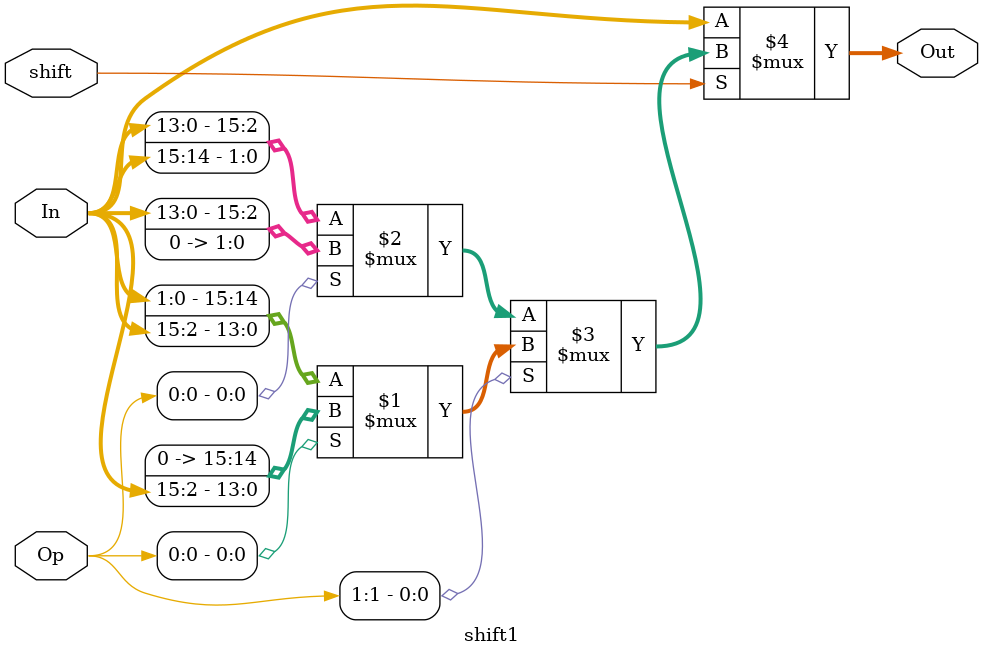
<source format=v>
/*
* first shifting mux, shift only one bit, input connections:
* in, 16 bits number for shiting
* sel, 2 bit selection connected to the opcode for
* 	op[00] Rotate left
* 	op[01] Shift left
* 	op[10] rotate right
* 	op[11] Shift right logical
* shift, determine whether to shift or not
* out, output
*/
module shift1(In, Op, shift, Out);

input [1:0] Op;
input shift;
input [15:0] In;
output[15:0]Out;


assign Out = shift ? Op[1] ? Op[0] ? {2'b0, In[15:2]}: // op[11]
             {In[1:0], In[15:2]} : // op[10]
             Op[0] ? {In[13:0], 2'b0}: // op[01]
             {In[13:0], In[15:14]}: // op[00]
             In; // no shift in this shifter

endmodule

</source>
